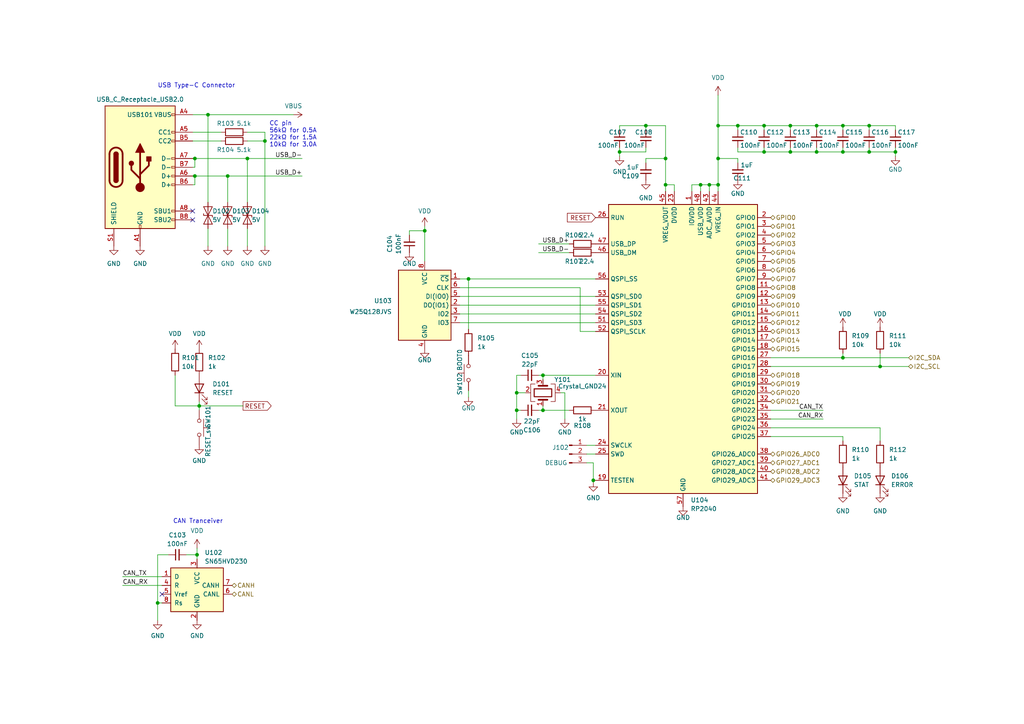
<source format=kicad_sch>
(kicad_sch (version 20231120) (generator "eeschema") (generator_version "8.0")
  (paper "A4")
  (lib_symbols
    (symbol "Connector:Conn_01x03_Pin" (pin_names (offset 1.016) hide)
      (property "Reference" "J" (at 0 5.08 0))
      (property "Value" "Conn_01x03_Pin" (at 0 -5.08 0))
      (symbol "Conn_01x03_Pin_1_1"
        (polyline (pts (xy 1.27 -2.54) (xy 0.8636 -2.54)) (stroke (width 0.1524)))
        (polyline (pts (xy 1.27 0) (xy 0.8636 0)) (stroke (width 0.1524)))
        (polyline (pts (xy 1.27 2.54) (xy 0.8636 2.54)) (stroke (width 0.1524)))
        (rectangle (start 0.8636 -2.413) (end 0 -2.667) (stroke (width 0.1524)) (fill (type outline)))
        (rectangle (start 0.8636 0.127) (end 0 -0.127) (stroke (width 0.1524)) (fill (type outline)))
        (rectangle (start 0.8636 2.667) (end 0 2.413) (stroke (width 0.1524)) (fill (type outline)))
        (pin passive line (at 5.08 2.54 180) (length 3.81) (name "Pin_1") (number "1"))
        (pin passive line (at 5.08 0 180) (length 3.81) (name "Pin_2") (number "2"))
        (pin passive line (at 5.08 -2.54 180) (length 3.81) (name "Pin_3") (number "3"))
      )
    )
    (symbol "Connector:USB_C_Receptacle_USB2.0" (pin_names (offset 1.016))
      (property "Reference" "J" (at -10.16 19.05 0))
      (property "Value" "USB_C_Receptacle_USB2.0" (at 19.05 19.05 0))
      (symbol "USB_C_Receptacle_USB2.0_0_0"
        (rectangle (start -0.254 -17.78) (end 0.254 -16.764))
        (rectangle (start 10.16 -14.986) (end 9.144 -15.494))
        (rectangle (start 10.16 -12.446) (end 9.144 -12.954))
        (rectangle (start 10.16 -4.826) (end 9.144 -5.334))
        (rectangle (start 10.16 -2.286) (end 9.144 -2.794))
        (rectangle (start 10.16 0.254) (end 9.144 -0.254))
        (rectangle (start 10.16 2.794) (end 9.144 2.286))
        (rectangle (start 10.16 7.874) (end 9.144 7.366))
        (rectangle (start 10.16 10.414) (end 9.144 9.906))
        (rectangle (start 10.16 15.494) (end 9.144 14.986))
      )
      (symbol "USB_C_Receptacle_USB2.0_0_1"
        (rectangle (start -10.16 17.78) (end 10.16 -17.78) (stroke (width 0.254)) (fill (type background)))
        (arc (start -8.89 -3.81) (mid -6.985 -5.7067) (end -5.08 -3.81) (stroke (width 0.508)))
        (arc (start -7.62 -3.81) (mid -6.985 -4.4423) (end -6.35 -3.81) (stroke (width 0.254)))
        (arc (start -7.62 -3.81) (mid -6.985 -4.4423) (end -6.35 -3.81) (stroke (width 0.254)) (fill (type outline)))
        (rectangle (start -7.62 -3.81) (end -6.35 3.81) (stroke (width 0.254)) (fill (type outline)))
        (arc (start -6.35 3.81) (mid -6.985 4.4423) (end -7.62 3.81) (stroke (width 0.254)))
        (arc (start -6.35 3.81) (mid -6.985 4.4423) (end -7.62 3.81) (stroke (width 0.254)) (fill (type outline)))
        (arc (start -5.08 3.81) (mid -6.985 5.7067) (end -8.89 3.81) (stroke (width 0.508)))
        (circle (center -2.54 1.143) (radius 0.635) (stroke (width 0.254)) (fill (type outline)))
        (circle (center 0 -5.842) (radius 1.27) (fill (type outline)))
        (polyline (pts (xy -8.89 -3.81) (xy -8.89 3.81)) (stroke (width 0.508)))
        (polyline (pts (xy -5.08 3.81) (xy -5.08 -3.81)) (stroke (width 0.508)))
        (polyline (pts (xy 0 -5.842) (xy 0 4.318)) (stroke (width 0.508)))
        (polyline (pts (xy 0 -3.302) (xy -2.54 -0.762) (xy -2.54 0.508)) (stroke (width 0.508)))
        (polyline (pts (xy 0 -2.032) (xy 2.54 0.508) (xy 2.54 1.778)) (stroke (width 0.508)))
        (polyline (pts (xy -1.27 4.318) (xy 0 6.858) (xy 1.27 4.318) (xy -1.27 4.318)) (stroke (width 0.254)) (fill (type outline)))
        (rectangle (start 1.905 1.778) (end 3.175 3.048) (stroke (width 0.254)) (fill (type outline)))
      )
      (symbol "USB_C_Receptacle_USB2.0_1_1"
        (pin passive line (at 0 -22.86 90) (length 5.08) (name "GND") (number "A1"))
        (pin passive line (at 0 -22.86 90) (length 5.08) hide (name "GND") (number "A12"))
        (pin passive line (at 15.24 15.24 180) (length 5.08) (name "VBUS") (number "A4"))
        (pin bidirectional line (at 15.24 10.16 180) (length 5.08) (name "CC1") (number "A5"))
        (pin bidirectional line (at 15.24 -2.54 180) (length 5.08) (name "D+") (number "A6"))
        (pin bidirectional line (at 15.24 2.54 180) (length 5.08) (name "D-") (number "A7"))
        (pin bidirectional line (at 15.24 -12.7 180) (length 5.08) (name "SBU1") (number "A8"))
        (pin passive line (at 15.24 15.24 180) (length 5.08) hide (name "VBUS") (number "A9"))
        (pin passive line (at 0 -22.86 90) (length 5.08) hide (name "GND") (number "B1"))
        (pin passive line (at 0 -22.86 90) (length 5.08) hide (name "GND") (number "B12"))
        (pin passive line (at 15.24 15.24 180) (length 5.08) hide (name "VBUS") (number "B4"))
        (pin bidirectional line (at 15.24 7.62 180) (length 5.08) (name "CC2") (number "B5"))
        (pin bidirectional line (at 15.24 -5.08 180) (length 5.08) (name "D+") (number "B6"))
        (pin bidirectional line (at 15.24 0 180) (length 5.08) (name "D-") (number "B7"))
        (pin bidirectional line (at 15.24 -15.24 180) (length 5.08) (name "SBU2") (number "B8"))
        (pin passive line (at 15.24 15.24 180) (length 5.08) hide (name "VBUS") (number "B9"))
        (pin passive line (at -7.62 -22.86 90) (length 5.08) (name "SHIELD") (number "S1"))
      )
    )
    (symbol "Device:C_Small" (pin_numbers hide) (pin_names (offset 0.254) hide)
      (property "Reference" "C" (at 0.254 1.778 0))
      (property "Value" "C_Small" (at 0.254 -2.032 0))
      (symbol "C_Small_0_1"
        (polyline (pts (xy -1.524 -0.508) (xy 1.524 -0.508)) (stroke (width 0.3302)))
        (polyline (pts (xy -1.524 0.508) (xy 1.524 0.508)) (stroke (width 0.3048)))
      )
      (symbol "C_Small_1_1"
        (pin passive line (at 0 2.54 270) (length 2.032) (name "~") (number "1"))
        (pin passive line (at 0 -2.54 90) (length 2.032) (name "~") (number "2"))
      )
    )
    (symbol "Device:Crystal_GND24" (pin_names (offset 1.016) hide)
      (property "Reference" "Y" (at 3.175 5.08 0))
      (property "Value" "Crystal_GND24" (at 3.175 3.175 0))
      (symbol "Crystal_GND24_0_1"
        (rectangle (start -1.143 2.54) (end 1.143 -2.54) (stroke (width 0.3048)))
        (polyline (pts (xy -2.54 0) (xy -2.032 0)))
        (polyline (pts (xy -2.032 -1.27) (xy -2.032 1.27)) (stroke (width 0.508)))
        (polyline (pts (xy 0 -3.81) (xy 0 -3.556)))
        (polyline (pts (xy 0 3.556) (xy 0 3.81)))
        (polyline (pts (xy 2.032 -1.27) (xy 2.032 1.27)) (stroke (width 0.508)))
        (polyline (pts (xy 2.032 0) (xy 2.54 0)))
        (polyline (pts (xy -2.54 -2.286) (xy -2.54 -3.556) (xy 2.54 -3.556) (xy 2.54 -2.286)))
        (polyline (pts (xy -2.54 2.286) (xy -2.54 3.556) (xy 2.54 3.556) (xy 2.54 2.286)))
      )
      (symbol "Crystal_GND24_1_1"
        (pin passive line (at -3.81 0 0) (length 1.27) (name "1") (number "1"))
        (pin passive line (at 0 5.08 270) (length 1.27) (name "2") (number "2"))
        (pin passive line (at 3.81 0 180) (length 1.27) (name "3") (number "3"))
        (pin passive line (at 0 -5.08 90) (length 1.27) (name "4") (number "4"))
      )
    )
    (symbol "Device:LED" (pin_numbers hide) (pin_names (offset 1.016) hide)
      (property "Reference" "D" (at 0 2.54 0))
      (property "Value" "LED" (at 0 -2.54 0))
      (symbol "LED_0_1"
        (polyline (pts (xy -1.27 -1.27) (xy -1.27 1.27)) (stroke (width 0.254)))
        (polyline (pts (xy -1.27 0) (xy 1.27 0)))
        (polyline (pts (xy 1.27 -1.27) (xy 1.27 1.27) (xy -1.27 0) (xy 1.27 -1.27)) (stroke (width 0.254)))
        (polyline (pts (xy -3.048 -0.762) (xy -4.572 -2.286) (xy -3.81 -2.286) (xy -4.572 -2.286) (xy -4.572 -1.524)))
        (polyline (pts (xy -1.778 -0.762) (xy -3.302 -2.286) (xy -2.54 -2.286) (xy -3.302 -2.286) (xy -3.302 -1.524)))
      )
      (symbol "LED_1_1"
        (pin passive line (at -3.81 0 0) (length 2.54) (name "K") (number "1"))
        (pin passive line (at 3.81 0 180) (length 2.54) (name "A") (number "2"))
      )
    )
    (symbol "Device:R" (pin_numbers hide) (pin_names (offset 0))
      (property "Reference" "R" (at 2.032 0 90))
      (property "Value" "R" (at 0 0 90))
      (symbol "R_0_1"
        (rectangle (start -1.016 -2.54) (end 1.016 2.54) (stroke (width 0.254)))
      )
      (symbol "R_1_1"
        (pin passive line (at 0 3.81 270) (length 1.27) (name "~") (number "1"))
        (pin passive line (at 0 -3.81 90) (length 1.27) (name "~") (number "2"))
      )
    )
    (symbol "Diode:ESD9B5.0ST5G" (pin_numbers hide) (pin_names (offset 1.016) hide)
      (property "Reference" "D" (at 0 2.54 0))
      (property "Value" "ESD9B5.0ST5G" (at 0 -2.54 0))
      (symbol "ESD9B5.0ST5G_0_1"
        (polyline (pts (xy 1.27 0) (xy -1.27 0)))
        (polyline (pts (xy -2.54 -1.27) (xy 0 0) (xy -2.54 1.27) (xy -2.54 -1.27)) (stroke (width 0.2032)))
        (polyline (pts (xy 0.508 1.27) (xy 0 1.27) (xy 0 -1.27) (xy -0.508 -1.27)) (stroke (width 0.2032)))
        (polyline (pts (xy 2.54 1.27) (xy 2.54 -1.27) (xy 0 0) (xy 2.54 1.27)) (stroke (width 0.2032)))
      )
      (symbol "ESD9B5.0ST5G_1_1"
        (pin passive line (at -3.81 0 0) (length 2.54) (name "A1") (number "1"))
        (pin passive line (at 3.81 0 180) (length 2.54) (name "A2") (number "2"))
      )
    )
    (symbol "Interface_CAN_LIN:SN65HVD230" (pin_names (offset 1.016))
      (property "Reference" "U" (at -2.54 10.16 0))
      (property "Value" "SN65HVD230" (at -2.54 7.62 0))
      (symbol "SN65HVD230_0_1"
        (rectangle (start -7.62 5.08) (end 7.62 -7.62) (stroke (width 0.254)) (fill (type background)))
      )
      (symbol "SN65HVD230_1_1"
        (pin input line (at -10.16 2.54 0) (length 2.54) (name "D") (number "1"))
        (pin power_in line (at 0 -10.16 90) (length 2.54) (name "GND") (number "2"))
        (pin power_in line (at 0 7.62 270) (length 2.54) (name "VCC") (number "3"))
        (pin output line (at -10.16 0 0) (length 2.54) (name "R") (number "4"))
        (pin output line (at -10.16 -2.54 0) (length 2.54) (name "Vref") (number "5"))
        (pin bidirectional line (at 10.16 -2.54 180) (length 2.54) (name "CANL") (number "6"))
        (pin bidirectional line (at 10.16 0 180) (length 2.54) (name "CANH") (number "7"))
        (pin input line (at -10.16 -5.08 0) (length 2.54) (name "Rs") (number "8"))
      )
    )
    (symbol "MCU_RaspberryPi:RP2040"
      (property "Reference" "U" (at 17.78 45.72 0))
      (property "Value" "RP2040" (at 17.78 43.18 0))
      (symbol "RP2040_0_1"
        (rectangle (start -21.59 41.91) (end 21.59 -41.91) (stroke (width 0.254)) (fill (type background)))
      )
      (symbol "RP2040_1_1"
        (pin power_in line (at 2.54 45.72 270) (length 3.81) (name "IOVDD") (number "1"))
        (pin passive line (at 2.54 45.72 270) (length 3.81) hide (name "IOVDD") (number "10"))
        (pin bidirectional line (at 25.4 17.78 180) (length 3.81) (name "GPIO8") (number "11"))
        (pin bidirectional line (at 25.4 15.24 180) (length 3.81) (name "GPIO9") (number "12"))
        (pin bidirectional line (at 25.4 12.7 180) (length 3.81) (name "GPIO10") (number "13"))
        (pin bidirectional line (at 25.4 10.16 180) (length 3.81) (name "GPIO11") (number "14"))
        (pin bidirectional line (at 25.4 7.62 180) (length 3.81) (name "GPIO12") (number "15"))
        (pin bidirectional line (at 25.4 5.08 180) (length 3.81) (name "GPIO13") (number "16"))
        (pin bidirectional line (at 25.4 2.54 180) (length 3.81) (name "GPIO14") (number "17"))
        (pin bidirectional line (at 25.4 0 180) (length 3.81) (name "GPIO15") (number "18"))
        (pin input line (at -25.4 -38.1 0) (length 3.81) (name "TESTEN") (number "19"))
        (pin bidirectional line (at 25.4 38.1 180) (length 3.81) (name "GPIO0") (number "2"))
        (pin input line (at -25.4 -7.62 0) (length 3.81) (name "XIN") (number "20"))
        (pin passive line (at -25.4 -17.78 0) (length 3.81) (name "XOUT") (number "21"))
        (pin passive line (at 2.54 45.72 270) (length 3.81) hide (name "IOVDD") (number "22"))
        (pin power_in line (at -2.54 45.72 270) (length 3.81) (name "DVDD") (number "23"))
        (pin input line (at -25.4 -27.94 0) (length 3.81) (name "SWCLK") (number "24"))
        (pin bidirectional line (at -25.4 -30.48 0) (length 3.81) (name "SWD") (number "25"))
        (pin input line (at -25.4 38.1 0) (length 3.81) (name "RUN") (number "26"))
        (pin bidirectional line (at 25.4 -2.54 180) (length 3.81) (name "GPIO16") (number "27"))
        (pin bidirectional line (at 25.4 -5.08 180) (length 3.81) (name "GPIO17") (number "28"))
        (pin bidirectional line (at 25.4 -7.62 180) (length 3.81) (name "GPIO18") (number "29"))
        (pin bidirectional line (at 25.4 35.56 180) (length 3.81) (name "GPIO1") (number "3"))
        (pin bidirectional line (at 25.4 -10.16 180) (length 3.81) (name "GPIO19") (number "30"))
        (pin bidirectional line (at 25.4 -12.7 180) (length 3.81) (name "GPIO20") (number "31"))
        (pin bidirectional line (at 25.4 -15.24 180) (length 3.81) (name "GPIO21") (number "32"))
        (pin passive line (at 2.54 45.72 270) (length 3.81) hide (name "IOVDD") (number "33"))
        (pin bidirectional line (at 25.4 -17.78 180) (length 3.81) (name "GPIO22") (number "34"))
        (pin bidirectional line (at 25.4 -20.32 180) (length 3.81) (name "GPIO23") (number "35"))
        (pin bidirectional line (at 25.4 -22.86 180) (length 3.81) (name "GPIO24") (number "36"))
        (pin bidirectional line (at 25.4 -25.4 180) (length 3.81) (name "GPIO25") (number "37"))
        (pin bidirectional line (at 25.4 -30.48 180) (length 3.81) (name "GPIO26_ADC0") (number "38"))
        (pin bidirectional line (at 25.4 -33.02 180) (length 3.81) (name "GPIO27_ADC1") (number "39"))
        (pin bidirectional line (at 25.4 33.02 180) (length 3.81) (name "GPIO2") (number "4"))
        (pin bidirectional line (at 25.4 -35.56 180) (length 3.81) (name "GPIO28_ADC2") (number "40"))
        (pin bidirectional line (at 25.4 -38.1 180) (length 3.81) (name "GPIO29_ADC3") (number "41"))
        (pin passive line (at 2.54 45.72 270) (length 3.81) hide (name "IOVDD") (number "42"))
        (pin power_in line (at 7.62 45.72 270) (length 3.81) (name "ADC_AVDD") (number "43"))
        (pin power_in line (at 10.16 45.72 270) (length 3.81) (name "VREG_IN") (number "44"))
        (pin power_out line (at -5.08 45.72 270) (length 3.81) (name "VREG_VOUT") (number "45"))
        (pin bidirectional line (at -25.4 27.94 0) (length 3.81) (name "USB_DM") (number "46"))
        (pin bidirectional line (at -25.4 30.48 0) (length 3.81) (name "USB_DP") (number "47"))
        (pin power_in line (at 5.08 45.72 270) (length 3.81) (name "USB_VDD") (number "48"))
        (pin passive line (at 2.54 45.72 270) (length 3.81) hide (name "IOVDD") (number "49"))
        (pin bidirectional line (at 25.4 30.48 180) (length 3.81) (name "GPIO3") (number "5"))
        (pin passive line (at -2.54 45.72 270) (length 3.81) hide (name "DVDD") (number "50"))
        (pin bidirectional line (at -25.4 7.62 0) (length 3.81) (name "QSPI_SD3") (number "51"))
        (pin output line (at -25.4 5.08 0) (length 3.81) (name "QSPI_SCLK") (number "52"))
        (pin bidirectional line (at -25.4 15.24 0) (length 3.81) (name "QSPI_SD0") (number "53"))
        (pin bidirectional line (at -25.4 10.16 0) (length 3.81) (name "QSPI_SD2") (number "54"))
        (pin bidirectional line (at -25.4 12.7 0) (length 3.81) (name "QSPI_SD1") (number "55"))
        (pin bidirectional line (at -25.4 20.32 0) (length 3.81) (name "QSPI_SS") (number "56"))
        (pin power_in line (at 0 -45.72 90) (length 3.81) (name "GND") (number "57"))
        (pin bidirectional line (at 25.4 27.94 180) (length 3.81) (name "GPIO4") (number "6"))
        (pin bidirectional line (at 25.4 25.4 180) (length 3.81) (name "GPIO5") (number "7"))
        (pin bidirectional line (at 25.4 22.86 180) (length 3.81) (name "GPIO6") (number "8"))
        (pin bidirectional line (at 25.4 20.32 180) (length 3.81) (name "GPIO7") (number "9"))
      )
    )
    (symbol "Memory_Flash:W25Q128JVS"
      (property "Reference" "U" (at -8.89 8.89 0))
      (property "Value" "W25Q128JVS" (at 7.62 8.89 0))
      (symbol "W25Q128JVS_0_1"
        (rectangle (start -7.62 10.16) (end 7.62 -10.16) (stroke (width 0.254)) (fill (type background)))
      )
      (symbol "W25Q128JVS_1_1"
        (pin input line (at -10.16 7.62 0) (length 2.54) (name "~{CS}") (number "1"))
        (pin bidirectional line (at -10.16 0 0) (length 2.54) (name "DO(IO1)") (number "2"))
        (pin bidirectional line (at -10.16 -2.54 0) (length 2.54) (name "IO2") (number "3"))
        (pin power_in line (at 0 -12.7 90) (length 2.54) (name "GND") (number "4"))
        (pin bidirectional line (at -10.16 2.54 0) (length 2.54) (name "DI(IO0)") (number "5"))
        (pin input line (at -10.16 5.08 0) (length 2.54) (name "CLK") (number "6"))
        (pin bidirectional line (at -10.16 -5.08 0) (length 2.54) (name "IO3") (number "7"))
        (pin power_in line (at 0 12.7 270) (length 2.54) (name "VCC") (number "8"))
      )
    )
    (symbol "Switch:SW_Push" (pin_numbers hide) (pin_names (offset 1.016) hide)
      (property "Reference" "SW" (at 1.27 2.54 0))
      (property "Value" "SW_Push" (at 0 -1.524 0))
      (symbol "SW_Push_0_1"
        (circle (center -2.032 0) (radius 0.508))
        (polyline (pts (xy 0 1.27) (xy 0 3.048)))
        (polyline (pts (xy 2.54 1.27) (xy -2.54 1.27)))
        (circle (center 2.032 0) (radius 0.508))
        (pin passive line (at -5.08 0 0) (length 2.54) (name "1") (number "1"))
        (pin passive line (at 5.08 0 180) (length 2.54) (name "2") (number "2"))
      )
    )
    (symbol "power:GND" (power) (pin_names (offset 0))
      (property "Value" "GND" (at 0 -3.81 0))
      (symbol "GND_0_1"
        (polyline (pts (xy 0 0) (xy 0 -1.27) (xy 1.27 -1.27) (xy 0 -2.54) (xy -1.27 -1.27) (xy 0 -1.27)))
      )
      (symbol "GND_1_1"
        (pin power_in line (at 0 0 270) (length 0) hide (name "GND") (number "1"))
      )
    )
    (symbol "power:VBUS" (power) (pin_names (offset 0))
      (property "Value" "VBUS" (at 0 3.81 0))
      (symbol "VBUS_0_1"
        (polyline (pts (xy -0.762 1.27) (xy 0 2.54)))
        (polyline (pts (xy 0 0) (xy 0 2.54)))
        (polyline (pts (xy 0 2.54) (xy 0.762 1.27)))
      )
      (symbol "VBUS_1_1"
        (pin power_in line (at 0 0 90) (length 0) hide (name "VBUS") (number "1"))
      )
    )
    (symbol "power:VDD" (power) (pin_names (offset 0))
      (property "Value" "VDD" (at 0 3.81 0))
      (symbol "VDD_0_1"
        (polyline (pts (xy -0.762 1.27) (xy 0 2.54)))
        (polyline (pts (xy 0 0) (xy 0 2.54)))
        (polyline (pts (xy 0 2.54) (xy 0.762 1.27)))
      )
      (symbol "VDD_1_1"
        (pin power_in line (at 0 0 90) (length 0) hide (name "VDD") (number "1"))
      )
    )
  )
  (junction (at 252.095 44.069))
  (junction (at 221.615 36.449))
  (junction (at 208.28 53.594))
  (junction (at 221.615 44.069))
  (junction (at 60.325 33.274))
  (junction (at 157.48 108.839))
  (junction (at 244.475 44.069))
  (junction (at 205.74 53.594))
  (junction (at 193.04 45.974))
  (junction (at 229.235 44.069))
  (junction (at 123.19 66.929))
  (junction (at 57.785 117.729))
  (junction (at 66.04 51.054))
  (junction (at 255.27 106.299))
  (junction (at 236.855 44.069))
  (junction (at 203.2 53.594))
  (junction (at 229.235 36.449))
  (junction (at 244.475 103.759))
  (junction (at 187.325 36.449))
  (junction (at 149.86 113.919))
  (junction (at 135.89 80.899))
  (junction (at 76.835 40.894))
  (junction (at 71.755 45.974))
  (junction (at 259.715 44.069))
  (junction (at 208.28 45.974))
  (junction (at 236.855 36.449))
  (junction (at 157.48 118.999))
  (junction (at 252.095 36.449))
  (junction (at 56.515 51.054))
  (junction (at 56.515 45.974))
  (junction (at 193.04 53.594))
  (junction (at 57.15 160.909))
  (junction (at 213.995 36.449))
  (junction (at 45.72 174.879))
  (junction (at 244.475 36.449))
  (junction (at 208.28 36.449))
  (junction (at 149.86 118.999))
  (junction (at 179.705 44.069))
  (junction (at 172.085 139.319))
  (no_connect (at 55.88 63.754))
  (no_connect (at 46.99 172.339))
  (no_connect (at 55.88 61.214))
  (wire (pts (xy 87.63 51.054) (xy 66.04 51.054)))
  (wire (pts (xy 133.35 85.979) (xy 172.72 85.979)))
  (wire (pts (xy 71.755 71.374) (xy 71.755 66.294)))
  (wire (pts (xy 135.89 115.189) (xy 135.89 113.284)))
  (wire (pts (xy 57.15 160.909) (xy 57.15 162.179)))
  (wire (pts (xy 165.1 73.279) (xy 156.21 73.279)))
  (wire (pts (xy 252.095 44.069) (xy 244.475 44.069)))
  (wire (pts (xy 135.89 80.899) (xy 135.89 95.504)))
  (wire (pts (xy 213.995 45.974) (xy 213.995 47.244)))
  (wire (pts (xy 71.755 40.894) (xy 76.835 40.894)))
  (wire (pts (xy 244.475 44.069) (xy 244.475 42.799)))
  (wire (pts (xy 259.715 36.449) (xy 259.715 37.719)))
  (wire (pts (xy 229.235 36.449) (xy 229.235 37.719)))
  (wire (pts (xy 255.27 124.079) (xy 255.27 127.889)))
  (wire (pts (xy 57.785 118.999) (xy 57.785 117.729)))
  (wire (pts (xy 187.325 36.449) (xy 193.04 36.449)))
  (wire (pts (xy 168.275 83.439) (xy 133.35 83.439)))
  (wire (pts (xy 259.715 44.069) (xy 259.715 45.339)))
  (wire (pts (xy 71.755 45.974) (xy 87.63 45.974)))
  (wire (pts (xy 187.325 44.069) (xy 187.325 42.799)))
  (wire (pts (xy 223.52 124.079) (xy 255.27 124.079)))
  (wire (pts (xy 157.48 108.839) (xy 172.72 108.839)))
  (wire (pts (xy 70.485 117.729) (xy 57.785 117.729)))
  (wire (pts (xy 172.085 134.239) (xy 172.085 139.319)))
  (wire (pts (xy 263.525 103.759) (xy 244.475 103.759)))
  (wire (pts (xy 170.18 134.239) (xy 172.085 134.239)))
  (wire (pts (xy 168.275 96.139) (xy 168.275 83.439)))
  (wire (pts (xy 187.325 45.974) (xy 193.04 45.974)))
  (wire (pts (xy 165.1 70.739) (xy 156.21 70.739)))
  (wire (pts (xy 172.72 96.139) (xy 168.275 96.139)))
  (wire (pts (xy 229.235 36.449) (xy 236.855 36.449)))
  (wire (pts (xy 221.615 44.069) (xy 221.615 42.799)))
  (wire (pts (xy 57.15 159.004) (xy 57.15 160.909)))
  (wire (pts (xy 221.615 44.069) (xy 213.995 44.069)))
  (wire (pts (xy 56.515 51.054) (xy 55.88 51.054)))
  (wire (pts (xy 133.35 91.059) (xy 172.72 91.059)))
  (wire (pts (xy 193.04 53.594) (xy 193.04 55.499)))
  (wire (pts (xy 200.66 53.594) (xy 203.2 53.594)))
  (wire (pts (xy 149.86 113.919) (xy 149.86 118.999)))
  (wire (pts (xy 187.325 36.449) (xy 187.325 37.719)))
  (wire (pts (xy 118.745 68.199) (xy 118.745 66.929)))
  (wire (pts (xy 244.475 36.449) (xy 244.475 37.719)))
  (wire (pts (xy 76.835 38.354) (xy 76.835 40.894)))
  (wire (pts (xy 76.835 40.894) (xy 76.835 71.374)))
  (wire (pts (xy 259.715 42.799) (xy 259.715 44.069)))
  (wire (pts (xy 205.74 53.594) (xy 208.28 53.594)))
  (wire (pts (xy 195.58 55.499) (xy 195.58 53.594)))
  (wire (pts (xy 244.475 36.449) (xy 252.095 36.449)))
  (wire (pts (xy 179.705 36.449) (xy 187.325 36.449)))
  (wire (pts (xy 57.785 116.459) (xy 57.785 117.729)))
  (wire (pts (xy 179.705 44.069) (xy 187.325 44.069)))
  (wire (pts (xy 213.995 36.449) (xy 221.615 36.449)))
  (wire (pts (xy 151.13 108.839) (xy 149.86 108.839)))
  (wire (pts (xy 60.325 71.374) (xy 60.325 66.294)))
  (wire (pts (xy 123.19 65.659) (xy 123.19 66.929)))
  (wire (pts (xy 236.855 44.069) (xy 236.855 42.799)))
  (wire (pts (xy 187.325 47.244) (xy 187.325 45.974)))
  (wire (pts (xy 170.18 131.699) (xy 172.72 131.699)))
  (wire (pts (xy 195.58 53.594) (xy 193.04 53.594)))
  (wire (pts (xy 255.27 102.489) (xy 255.27 106.299)))
  (wire (pts (xy 66.04 51.054) (xy 56.515 51.054)))
  (wire (pts (xy 179.705 42.799) (xy 179.705 44.069)))
  (wire (pts (xy 157.48 110.109) (xy 157.48 108.839)))
  (wire (pts (xy 85.09 33.274) (xy 60.325 33.274)))
  (wire (pts (xy 71.755 38.354) (xy 76.835 38.354)))
  (wire (pts (xy 208.265 36.449) (xy 208.28 36.449)))
  (wire (pts (xy 244.475 102.489) (xy 244.475 103.759)))
  (wire (pts (xy 50.8 117.729) (xy 57.785 117.729)))
  (wire (pts (xy 156.21 108.839) (xy 157.48 108.839)))
  (wire (pts (xy 60.325 33.274) (xy 55.88 33.274)))
  (wire (pts (xy 213.995 44.069) (xy 213.995 42.799)))
  (wire (pts (xy 133.35 88.519) (xy 172.72 88.519)))
  (wire (pts (xy 263.525 106.299) (xy 255.27 106.299)))
  (wire (pts (xy 203.2 53.594) (xy 203.2 55.499)))
  (wire (pts (xy 123.19 66.929) (xy 123.19 75.819)))
  (wire (pts (xy 50.8 108.839) (xy 50.8 117.729)))
  (wire (pts (xy 45.72 160.909) (xy 48.895 160.909)))
  (wire (pts (xy 149.86 118.999) (xy 151.13 118.999)))
  (wire (pts (xy 200.66 55.499) (xy 200.66 53.594)))
  (wire (pts (xy 229.235 44.069) (xy 229.235 42.799)))
  (wire (pts (xy 229.235 44.069) (xy 221.615 44.069)))
  (wire (pts (xy 64.135 40.894) (xy 55.88 40.894)))
  (wire (pts (xy 64.135 38.354) (xy 55.88 38.354)))
  (wire (pts (xy 213.995 36.449) (xy 213.995 37.719)))
  (wire (pts (xy 221.615 36.449) (xy 229.235 36.449)))
  (wire (pts (xy 149.86 118.999) (xy 149.86 121.539)))
  (wire (pts (xy 208.28 53.594) (xy 208.28 45.974)))
  (wire (pts (xy 172.085 139.319) (xy 172.72 139.319)))
  (wire (pts (xy 170.18 129.159) (xy 172.72 129.159)))
  (wire (pts (xy 45.72 174.879) (xy 45.72 160.909)))
  (wire (pts (xy 238.76 121.539) (xy 223.52 121.539)))
  (wire (pts (xy 118.745 66.929) (xy 123.19 66.929)))
  (wire (pts (xy 223.52 118.999) (xy 238.76 118.999)))
  (wire (pts (xy 71.755 45.974) (xy 71.755 58.674)))
  (wire (pts (xy 252.095 44.069) (xy 252.095 42.799)))
  (wire (pts (xy 223.52 126.619) (xy 244.475 126.619)))
  (wire (pts (xy 45.72 179.959) (xy 45.72 174.879)))
  (wire (pts (xy 252.095 36.449) (xy 259.715 36.449)))
  (wire (pts (xy 223.52 106.299) (xy 255.27 106.299)))
  (wire (pts (xy 35.56 167.259) (xy 46.99 167.259)))
  (wire (pts (xy 208.28 53.594) (xy 208.28 55.499)))
  (wire (pts (xy 208.265 27.604) (xy 208.265 36.449)))
  (wire (pts (xy 162.56 113.919) (xy 163.83 113.919)))
  (wire (pts (xy 236.855 36.449) (xy 236.855 37.719)))
  (wire (pts (xy 135.89 80.899) (xy 172.72 80.899)))
  (wire (pts (xy 244.475 103.759) (xy 223.52 103.759)))
  (wire (pts (xy 172.085 139.954) (xy 172.085 139.319)))
  (wire (pts (xy 236.855 44.069) (xy 229.235 44.069)))
  (wire (pts (xy 208.28 36.449) (xy 208.28 45.974)))
  (wire (pts (xy 66.04 51.054) (xy 66.04 58.674)))
  (wire (pts (xy 45.72 174.879) (xy 46.99 174.879)))
  (wire (pts (xy 35.56 169.799) (xy 46.99 169.799)))
  (wire (pts (xy 55.88 53.594) (xy 56.515 53.594)))
  (wire (pts (xy 205.74 53.594) (xy 205.74 55.499)))
  (wire (pts (xy 149.86 113.919) (xy 152.4 113.919)))
  (wire (pts (xy 56.515 48.514) (xy 56.515 45.974)))
  (wire (pts (xy 56.515 53.594) (xy 56.515 51.054)))
  (wire (pts (xy 60.325 33.274) (xy 60.325 58.674)))
  (wire (pts (xy 244.475 127.889) (xy 244.475 126.619)))
  (wire (pts (xy 203.2 53.594) (xy 205.74 53.594)))
  (wire (pts (xy 179.705 37.719) (xy 179.705 36.449)))
  (wire (pts (xy 55.88 48.514) (xy 56.515 48.514)))
  (wire (pts (xy 193.04 36.449) (xy 193.04 45.974)))
  (wire (pts (xy 165.1 118.999) (xy 157.48 118.999)))
  (wire (pts (xy 252.095 36.449) (xy 252.095 37.719)))
  (wire (pts (xy 149.86 108.839) (xy 149.86 113.919)))
  (wire (pts (xy 56.515 45.974) (xy 71.755 45.974)))
  (wire (pts (xy 55.88 45.974) (xy 56.515 45.974)))
  (wire (pts (xy 236.855 36.449) (xy 244.475 36.449)))
  (wire (pts (xy 259.715 44.069) (xy 252.095 44.069)))
  (wire (pts (xy 221.615 36.449) (xy 221.615 37.719)))
  (wire (pts (xy 208.28 36.449) (xy 213.995 36.449)))
  (wire (pts (xy 163.83 113.919) (xy 163.83 121.539)))
  (wire (pts (xy 133.35 80.899) (xy 135.89 80.899)))
  (wire (pts (xy 156.21 118.999) (xy 157.48 118.999)))
  (wire (pts (xy 66.04 71.374) (xy 66.04 66.294)))
  (wire (pts (xy 133.35 93.599) (xy 172.72 93.599)))
  (wire (pts (xy 179.705 44.069) (xy 179.705 45.339)))
  (wire (pts (xy 193.04 45.974) (xy 193.04 53.594)))
  (wire (pts (xy 157.48 117.729) (xy 157.48 118.999)))
  (wire (pts (xy 208.28 45.974) (xy 213.995 45.974)))
  (wire (pts (xy 53.975 160.909) (xy 57.15 160.909)))
  (wire (pts (xy 244.475 44.069) (xy 236.855 44.069)))
  (text "CAN Tranceiver" (at 50.165 152.019 0) (effects (font (size 1.27 1.27)) (justify left bottom)))
  (text "USB Type-C Connector" (at 45.72 25.654 0) (effects (font (size 1.27 1.27)) (justify left bottom)))
  (text "CC pin\n56kΩ for 0.5A\n22kΩ for 1.5A\n10kΩ for 3.0A" (at 78.105 42.799 0) (effects (font (size 1.27 1.27)) (justify left bottom)))
  (label "USB_D-" (at 165.1 73.279 180))
  (label "USB_D+" (at 165.1 70.739 180))
  (label "CAN_RX" (at 238.76 121.539 180))
  (label "CAN_RX" (at 35.56 169.799 0))
  (label "CAN_TX" (at 35.56 167.259 0))
  (label "USB_D-" (at 87.63 45.974 180))
  (label "CAN_TX" (at 238.76 118.999 180))
  (label "USB_D+" (at 87.63 51.054 180))
  (global_label "RESET" (shape output) (at 70.485 117.729 0) (property "Intersheetrefs" "${INTERSHEET_REFS}" (effects (hide yes))))
  (global_label "RESET" (shape input) (at 172.72 63.119 180) (property "Intersheetrefs" "${INTERSHEET_REFS}" (effects (hide yes))))
  (hierarchical_label "GPIO29_ADC3" (shape bidirectional) (at 223.52 139.319 0))
  (hierarchical_label "GPIO6" (shape bidirectional) (at 223.52 78.359 0))
  (hierarchical_label "GPIO21" (shape bidirectional) (at 223.52 116.459 0))
  (hierarchical_label "GPIO14" (shape bidirectional) (at 223.52 98.679 0))
  (hierarchical_label "I2C_SDA" (shape bidirectional) (at 263.525 103.759 0))
  (hierarchical_label "GPIO28_ADC2" (shape bidirectional) (at 223.52 136.779 0))
  (hierarchical_label "GPIO2" (shape bidirectional) (at 223.52 68.199 0))
  (hierarchical_label "GPIO18" (shape bidirectional) (at 223.52 108.839 0))
  (hierarchical_label "GPIO11" (shape bidirectional) (at 223.52 91.059 0))
  (hierarchical_label "GPIO5" (shape bidirectional) (at 223.52 75.819 0))
  (hierarchical_label "GPIO20" (shape bidirectional) (at 223.52 113.919 0))
  (hierarchical_label "CANL" (shape bidirectional) (at 67.31 172.339 0))
  (hierarchical_label "GPIO9" (shape bidirectional) (at 223.52 85.979 0))
  (hierarchical_label "GPIO4" (shape bidirectional) (at 223.52 73.279 0))
  (hierarchical_label "GPIO1" (shape bidirectional) (at 223.52 65.659 0))
  (hierarchical_label "GPIO10" (shape bidirectional) (at 223.52 88.519 0))
  (hierarchical_label "GPIO7" (shape bidirectional) (at 223.52 80.899 0))
  (hierarchical_label "I2C_SCL" (shape bidirectional) (at 263.525 106.299 0))
  (hierarchical_label "GPIO8" (shape bidirectional) (at 223.52 83.439 0))
  (hierarchical_label "GPIO15" (shape bidirectional) (at 223.52 101.219 0))
  (hierarchical_label "GPIO19" (shape bidirectional) (at 223.52 111.379 0))
  (hierarchical_label "GPIO27_ADC1" (shape bidirectional) (at 223.52 134.239 0))
  (hierarchical_label "GPIO26_ADC0" (shape bidirectional) (at 223.52 131.699 0))
  (hierarchical_label "GPIO12" (shape bidirectional) (at 223.52 93.599 0))
  (hierarchical_label "GPIO13" (shape bidirectional) (at 223.52 96.139 0))
  (hierarchical_label "CANH" (shape bidirectional) (at 67.31 169.799 0))
  (hierarchical_label "GPIO3" (shape bidirectional) (at 223.52 70.739 0))
  (hierarchical_label "GPIO0" (shape bidirectional) (at 223.52 63.119 0))
  (symbol (lib_id "Device:C_Small") (at 213.995 40.259 0) (unit 1)
    (property "Reference" "C110" (at 214.63 38.354 0) (effects (justify left)))
    (property "Value" "100nF" (at 214.63 42.164 0) (effects (justify left)))
    (property "Footprint" "Capacitor_SMD:C_0402_1005Metric" (effects (hide yes)))
    (property "LCSC" "C1525" (effects (hide yes)))
    (instances (project "RCS" (path "" (reference "C110") (unit 1))) (project "RCS" (path "" (reference "C908") (unit 1))))
  )
  (symbol (lib_id "power:VDD") (at 57.15 159.004 0) (unit 1)
    (property "Reference" "#PWR0110" (effects (hide yes)))
    (property "Value" "VDD" (at 57.15 153.924 0))
    (instances (project "RCS" (path "" (reference "#PWR0110") (unit 1))) (project "RCS" (path "" (reference "#PWR0905") (unit 1))))
  )
  (symbol (lib_id "Device:C_Small") (at 236.855 40.259 0) (unit 1)
    (property "Reference" "C114" (at 237.49 38.354 0) (effects (justify left)))
    (property "Value" "100nF" (at 237.49 42.164 0) (effects (justify left)))
    (property "Footprint" "Capacitor_SMD:C_0402_1005Metric" (effects (hide yes)))
    (property "LCSC" "C1525" (effects (hide yes)))
    (instances (project "RCS" (path "" (reference "C114") (unit 1))) (project "RCS" (path "" (reference "C912") (unit 1))))
  )
  (symbol (lib_id "power:GND") (at 118.745 73.279 0) (unit 1)
    (property "Reference" "#PWR0119" (effects (hide yes)))
    (property "Value" "GND" (at 118.745 76.454 0))
    (instances (project "RCS" (path "" (reference "#PWR0119") (unit 1))) (project "RCS" (path "" (reference "#PWR0914") (unit 1))))
  )
  (symbol (lib_id "Device:R") (at 255.27 98.679 0) (unit 1)
    (property "Reference" "R111" (at 257.81 97.409 0) (effects (justify left)))
    (property "Value" "10k" (at 257.81 99.949 0) (effects (justify left)))
    (property "Footprint" "Resistor_SMD:R_0402_1005Metric" (effects (hide yes)))
    (property "LCSC" "C25744" (effects (hide yes)))
    (instances (project "RCS" (path "" (reference "R111") (unit 1))) (project "RCS" (path "" (reference "R911") (unit 1))))
  )
  (symbol (lib_id "Device:LED") (at 255.27 139.319 90) (unit 1)
    (property "Reference" "D106" (at 258.445 138.049 90) (effects (justify right)))
    (property "Value" "ERROR" (at 258.445 140.589 90) (effects (justify right)))
    (property "Footprint" "LED_SMD:LED_0805_2012Metric" (effects (hide yes)))
    (property "LCSC" "C84256" (effects (hide yes)))
    (instances (project "RCS" (path "" (reference "D106") (unit 1))) (project "RCS" (path "" (reference "D906") (unit 1))))
  )
  (symbol (lib_id "Device:C_Small") (at 229.235 40.259 0) (unit 1)
    (property "Reference" "C113" (at 229.87 38.354 0) (effects (justify left)))
    (property "Value" "100nF" (at 229.87 42.164 0) (effects (justify left)))
    (property "Footprint" "Capacitor_SMD:C_0402_1005Metric" (effects (hide yes)))
    (property "LCSC" "C1525" (effects (hide yes)))
    (instances (project "RCS" (path "" (reference "C113") (unit 1))) (project "RCS" (path "" (reference "C911") (unit 1))))
  )
  (symbol (lib_id "power:VDD") (at 208.265 27.604 0) (unit 1)
    (property "Reference" "#PWR0129" (effects (hide yes)))
    (property "Value" "VDD" (at 208.265 22.524 0))
    (instances (project "RCS" (path "" (reference "#PWR0129") (unit 1))) (project "RCS" (path "" (reference "#PWR0924") (unit 1))))
  )
  (symbol (lib_id "power:GND") (at 163.83 121.539 0) (unit 1)
    (property "Reference" "#PWR0124" (effects (hide yes)))
    (property "Value" "GND" (at 163.83 125.349 0))
    (instances (project "RCS" (path "" (reference "#PWR0124") (unit 1))) (project "RCS" (path "" (reference "#PWR0919") (unit 1))))
  )
  (symbol (lib_id "Device:Crystal_GND24") (at 157.48 113.919 90) (unit 1)
    (property "Reference" "Y101" (at 163.195 110.109 90))
    (property "Value" "Crystal_GND24" (at 168.91 112.014 90))
    (property "Footprint" "Crystal:Crystal_SMD_3225-4Pin_3.2x2.5mm" (effects (hide yes)))
    (property "LCSC" "C9002" (effects (hide yes)))
    (instances (project "RCS" (path "" (reference "Y101") (unit 1))) (project "RCS" (path "" (reference "Y901") (unit 1))))
  )
  (symbol (lib_id "Device:R") (at 67.945 38.354 90) (unit 1)
    (property "Reference" "R103" (at 65.405 35.814 90))
    (property "Value" "5.1k" (at 70.739 35.814 90))
    (property "Footprint" "Resistor_SMD:R_0402_1005Metric" (effects (hide yes)))
    (property "LCSC" "C25905" (effects (hide yes)))
    (instances (project "RCS" (path "" (reference "R103") (unit 1))) (project "RCS" (path "" (reference "R903") (unit 1))))
  )
  (symbol (lib_id "Connector:Conn_01x03_Pin") (at 165.1 131.699 0) (unit 1)
    (property "Reference" "J102" (at 162.56 129.794 0))
    (property "Value" "DEBUG" (at 161.29 134.239 0))
    (property "Footprint" "Connector_PinHeader_1.27mm:PinHeader_1x03_P1.27mm_Vertical" (effects (hide yes)))
    (instances (project "RCS" (path "" (reference "J102") (unit 1))) (project "RCS" (path "" (reference "J901") (unit 1))))
  )
  (symbol (lib_id "power:VBUS") (at 85.09 33.274 270) (unit 1)
    (property "Reference" "#PWR0118" (effects (hide yes)))
    (property "Value" "VBUS" (at 82.55 30.734 90) (effects (justify left)))
    (instances (project "RCS" (path "" (reference "#PWR0118") (unit 1))) (project "RCS" (path "" (reference "#PWR0913") (unit 1))))
  )
  (symbol (lib_id "power:GND") (at 123.19 101.219 0) (unit 1)
    (property "Reference" "#PWR0121" (effects (hide yes)))
    (property "Value" "GND" (at 123.19 104.394 0))
    (instances (project "RCS" (path "" (reference "#PWR0121") (unit 1))) (project "RCS" (path "" (reference "#PWR0916") (unit 1))))
  )
  (symbol (lib_id "power:GND") (at 135.89 115.189 0) (unit 1)
    (property "Reference" "#PWR0122" (effects (hide yes)))
    (property "Value" "GND" (at 135.89 118.364 0))
    (instances (project "RCS" (path "" (reference "#PWR0122") (unit 1))) (project "RCS" (path "" (reference "#PWR0917") (unit 1))))
  )
  (symbol (lib_id "power:VDD") (at 244.475 94.869 0) (unit 1)
    (property "Reference" "#PWR0131" (effects (hide yes)))
    (property "Value" "VDD" (at 245.11 91.059 0))
    (instances (project "RCS" (path "" (reference "#PWR0131") (unit 1))) (project "RCS" (path "" (reference "#PWR0926") (unit 1))))
  )
  (symbol (lib_id "power:GND") (at 33.02 71.374 0) (unit 1)
    (property "Reference" "#PWR0106" (effects (hide yes)))
    (property "Value" "GND" (at 33.02 76.454 0))
    (instances (project "RCS" (path "" (reference "#PWR0106") (unit 1))) (project "RCS" (path "" (reference "#PWR0901") (unit 1))))
  )
  (symbol (lib_id "power:GND") (at 255.27 143.129 0) (unit 1)
    (property "Reference" "#PWR0134" (effects (hide yes)))
    (property "Value" "GND" (at 255.27 148.209 0))
    (instances (project "RCS" (path "" (reference "#PWR0134") (unit 1))) (project "RCS" (path "" (reference "#PWR0929") (unit 1))))
  )
  (symbol (lib_id "Device:C_Small") (at 153.67 108.839 90) (unit 1)
    (property "Reference" "C105" (at 153.67 103.124 90))
    (property "Value" "22pF" (at 153.67 105.664 90))
    (property "Footprint" "Capacitor_SMD:C_0402_1005Metric" (effects (hide yes)))
    (property "LCSC" "C1555" (effects (hide yes)))
    (instances (project "RCS" (path "" (reference "C105") (unit 1))) (project "RCS" (path "" (reference "C903") (unit 1))))
  )
  (symbol (lib_id "power:GND") (at 71.755 71.374 0) (unit 1)
    (property "Reference" "#PWR0116" (effects (hide yes)))
    (property "Value" "GND" (at 71.755 76.454 0))
    (instances (project "RCS" (path "" (reference "#PWR0116") (unit 1))) (project "RCS" (path "" (reference "#PWR0911") (unit 1))))
  )
  (symbol (lib_id "power:VDD") (at 57.785 101.219 0) (unit 1)
    (property "Reference" "#PWR0112" (effects (hide yes)))
    (property "Value" "VDD" (at 57.785 96.774 0))
    (instances (project "RCS" (path "" (reference "#PWR0112") (unit 1))) (project "RCS" (path "" (reference "#PWR0907") (unit 1))))
  )
  (symbol (lib_id "Device:C_Small") (at 252.095 40.259 0) (unit 1)
    (property "Reference" "C116" (at 252.73 38.354 0) (effects (justify left)))
    (property "Value" "100nF" (at 252.73 42.164 0) (effects (justify left)))
    (property "Footprint" "Capacitor_SMD:C_0402_1005Metric" (effects (hide yes)))
    (property "LCSC" "C1525" (effects (hide yes)))
    (instances (project "RCS" (path "" (reference "C116") (unit 1))) (project "RCS" (path "" (reference "C914") (unit 1))))
  )
  (symbol (lib_id "power:GND") (at 57.785 129.159 0) (unit 1)
    (property "Reference" "#PWR0113" (effects (hide yes)))
    (property "Value" "GND" (at 57.785 133.604 0))
    (instances (project "RCS" (path "" (reference "#PWR0113") (unit 1))) (project "RCS" (path "" (reference "#PWR0908") (unit 1))))
  )
  (symbol (lib_id "Device:R") (at 67.945 40.894 90) (unit 1)
    (property "Reference" "R104" (at 65.405 43.434 90))
    (property "Value" "5.1k" (at 70.739 43.434 90))
    (property "Footprint" "Resistor_SMD:R_0402_1005Metric" (effects (hide yes)))
    (property "LCSC" "C25905" (effects (hide yes)))
    (instances (project "RCS" (path "" (reference "R104") (unit 1))) (project "RCS" (path "" (reference "R904") (unit 1))))
  )
  (symbol (lib_id "MCU_RaspberryPi:RP2040") (at 198.12 101.219 0) (unit 1)
    (property "Reference" "U104" (at 200.3141 145.034 0) (effects (justify left)))
    (property "Value" "RP2040" (at 200.3141 147.574 0) (effects (justify left)))
    (property "Footprint" "Package_DFN_QFN:QFN-56-1EP_7x7mm_P0.4mm_EP3.2x3.2mm" (effects (hide yes)))
    (property "Datasheet" "https://datasheets.raspberrypi.com/rp2040/rp2040-datasheet.pdf" (effects (hide yes)))
    (property "LCSC" "C2040" (effects (hide yes)))
    (instances (project "RCS" (path "" (reference "U104") (unit 1))) (project "RCS" (path "" (reference "U903") (unit 1))))
  )
  (symbol (lib_id "power:GND") (at 259.715 45.339 0) (unit 1)
    (property "Reference" "#PWR0135" (effects (hide yes)))
    (property "Value" "GND" (at 259.715 49.149 0))
    (instances (project "RCS" (path "" (reference "#PWR0135") (unit 1))) (project "RCS" (path "" (reference "#PWR0930") (unit 1))))
  )
  (symbol (lib_id "power:GND") (at 45.72 179.959 0) (unit 1)
    (property "Reference" "#PWR0108" (effects (hide yes)))
    (property "Value" "GND" (at 45.72 184.404 0))
    (instances (project "RCS" (path "" (reference "#PWR0108") (unit 1))) (project "RCS" (path "" (reference "#PWR0903") (unit 1))))
  )
  (symbol (lib_id "Device:C_Small") (at 221.615 40.259 0) (unit 1)
    (property "Reference" "C112" (at 222.25 38.354 0) (effects (justify left)))
    (property "Value" "100nF" (at 222.25 42.164 0) (effects (justify left)))
    (property "Footprint" "Capacitor_SMD:C_0402_1005Metric" (effects (hide yes)))
    (property "LCSC" "C1525" (effects (hide yes)))
    (instances (project "RCS" (path "" (reference "C112") (unit 1))) (project "RCS" (path "" (reference "C910") (unit 1))))
  )
  (symbol (lib_id "Device:C_Small") (at 118.745 70.739 180) (unit 1)
    (property "Reference" "C104" (at 113.03 70.739 90))
    (property "Value" "100nF" (at 115.57 70.739 90))
    (property "Footprint" "Capacitor_SMD:C_0402_1005Metric" (effects (hide yes)))
    (property "LCSC" "C1525" (effects (hide yes)))
    (instances (project "RCS" (path "" (reference "C104") (unit 1))) (project "RCS" (path "" (reference "C902") (unit 1))))
  )
  (symbol (lib_id "power:GND") (at 198.12 146.939 0) (unit 1)
    (property "Reference" "#PWR0128" (effects (hide yes)))
    (property "Value" "GND" (at 198.12 150.114 0))
    (instances (project "RCS" (path "" (reference "#PWR0128") (unit 1))) (project "RCS" (path "" (reference "#PWR0923") (unit 1))))
  )
  (symbol (lib_id "Device:C_Small") (at 153.67 118.999 90) (unit 1)
    (property "Reference" "C106" (at 154.305 124.714 90))
    (property "Value" "22pF" (at 154.305 122.174 90))
    (property "Footprint" "Capacitor_SMD:C_0402_1005Metric" (effects (hide yes)))
    (property "LCSC" "C1555" (effects (hide yes)))
    (instances (project "RCS" (path "" (reference "C106") (unit 1))) (project "RCS" (path "" (reference "C904") (unit 1))))
  )
  (symbol (lib_id "Device:R") (at 168.91 73.279 90) (unit 1)
    (property "Reference" "R107" (at 166.37 75.819 90))
    (property "Value" "22.4" (at 170.18 75.819 90))
    (property "Footprint" "Resistor_SMD:R_0402_1005Metric" (effects (hide yes)))
    (property "LCSC" "C25092" (effects (hide yes)))
    (instances (project "RCS" (path "" (reference "R107") (unit 1))) (project "RCS" (path "" (reference "R907") (unit 1))))
  )
  (symbol (lib_id "Device:C_Small") (at 187.325 40.259 0) (unit 1)
    (property "Reference" "C108" (at 184.15 38.354 0) (effects (justify left)))
    (property "Value" "100nF" (at 180.975 42.164 0) (effects (justify left)))
    (property "Footprint" "Capacitor_SMD:C_0402_1005Metric" (effects (hide yes)))
    (property "LCSC" "C1525" (effects (hide yes)))
    (instances (project "RCS" (path "" (reference "C108") (unit 1))) (project "RCS" (path "" (reference "C906") (unit 1))))
  )
  (symbol (lib_id "Device:C_Small") (at 244.475 40.259 0) (unit 1)
    (property "Reference" "C115" (at 245.11 38.354 0) (effects (justify left)))
    (property "Value" "100nF" (at 245.11 42.164 0) (effects (justify left)))
    (property "Footprint" "Capacitor_SMD:C_0402_1005Metric" (effects (hide yes)))
    (property "LCSC" "C1525" (effects (hide yes)))
    (instances (project "RCS" (path "" (reference "C115") (unit 1))) (project "RCS" (path "" (reference "C913") (unit 1))))
  )
  (symbol (lib_id "power:GND") (at 149.86 121.539 0) (unit 1)
    (property "Reference" "#PWR0123" (effects (hide yes)))
    (property "Value" "GND" (at 149.86 125.349 0))
    (instances (project "RCS" (path "" (reference "#PWR0123") (unit 1))) (project "RCS" (path "" (reference "#PWR0918") (unit 1))))
  )
  (symbol (lib_id "power:GND") (at 66.04 71.374 0) (unit 1)
    (property "Reference" "#PWR0115" (effects (hide yes)))
    (property "Value" "GND" (at 66.04 76.454 0))
    (instances (project "RCS" (path "" (reference "#PWR0115") (unit 1))) (project "RCS" (path "" (reference "#PWR0910") (unit 1))))
  )
  (symbol (lib_id "power:GND") (at 60.325 71.374 0) (unit 1)
    (property "Reference" "#PWR0114" (effects (hide yes)))
    (property "Value" "GND" (at 60.325 76.454 0))
    (instances (project "RCS" (path "" (reference "#PWR0114") (unit 1))) (project "RCS" (path "" (reference "#PWR0909") (unit 1))))
  )
  (symbol (lib_id "Device:R") (at 244.475 98.679 0) (unit 1)
    (property "Reference" "R109" (at 247.015 97.409 0) (effects (justify left)))
    (property "Value" "10k" (at 247.015 99.949 0) (effects (justify left)))
    (property "Footprint" "Resistor_SMD:R_0402_1005Metric" (effects (hide yes)))
    (property "LCSC" "C25744" (effects (hide yes)))
    (instances (project "RCS" (path "" (reference "R109") (unit 1))) (project "RCS" (path "" (reference "R909") (unit 1))))
  )
  (symbol (lib_id "Device:C_Small") (at 213.995 49.784 180) (unit 1)
    (property "Reference" "C111" (at 217.805 51.689 0) (effects (justify left)))
    (property "Value" "1uF" (at 218.44 47.879 0) (effects (justify left)))
    (property "Footprint" "Capacitor_SMD:C_0402_1005Metric" (effects (hide yes)))
    (property "LCSC" "C52923" (effects (hide yes)))
    (instances (project "RCS" (path "" (reference "C111") (unit 1))) (project "RCS" (path "" (reference "C909") (unit 1))))
  )
  (symbol (lib_id "power:GND") (at 172.085 139.954 0) (unit 1)
    (property "Reference" "#PWR0125" (effects (hide yes)))
    (property "Value" "GND" (at 172.085 144.399 0))
    (instances (project "RCS" (path "" (reference "#PWR0125") (unit 1))) (project "RCS" (path "" (reference "#PWR0920") (unit 1))))
  )
  (symbol (lib_id "Device:R") (at 168.91 70.739 90) (unit 1)
    (property "Reference" "R106" (at 166.37 68.199 90))
    (property "Value" "22.4" (at 170.18 68.199 90))
    (property "Footprint" "Resistor_SMD:R_0402_1005Metric" (effects (hide yes)))
    (property "LCSC" "C25092" (effects (hide yes)))
    (instances (project "RCS" (path "" (reference "R106") (unit 1))) (project "RCS" (path "" (reference "R906") (unit 1))))
  )
  (symbol (lib_id "Diode:ESD9B5.0ST5G") (at 66.04 62.484 90) (unit 1)
    (property "Reference" "D103" (at 67.31 61.214 90) (effects (justify right)))
    (property "Value" "5V" (at 67.31 63.754 90) (effects (justify right)))
    (property "Footprint" "Diode_SMD:D_SOD-882D" (effects (hide yes)))
    (property "Datasheet" "https://www.onsemi.com/pub/Collateral/ESD9B-D.PDF" (effects (hide yes)))
    (property "LCSC" "C7420372" (effects (hide yes)))
    (instances (project "RCS" (path "" (reference "D103") (unit 1))) (project "RCS" (path "" (reference "D903") (unit 1))))
  )
  (symbol (lib_id "Switch:SW_Push") (at 135.89 108.204 90) (unit 1)
    (property "Reference" "SW102" (at 133.35 111.379 0))
    (property "Value" "BOOT0" (at 133.35 104.394 0))
    (property "Footprint" "WOBCLibrary:TVAF06-A020B-R" (effects (hide yes)))
    (instances (project "RCS" (path "" (reference "SW102") (unit 1))) (project "RCS" (path "" (reference "SW902") (unit 1))))
  )
  (symbol (lib_id "power:GND") (at 179.705 45.339 0) (unit 1)
    (property "Reference" "#PWR0126" (effects (hide yes)))
    (property "Value" "GND" (at 179.705 49.784 0))
    (instances (project "RCS" (path "" (reference "#PWR0126") (unit 1))) (project "RCS" (path "" (reference "#PWR0921") (unit 1))))
  )
  (symbol (lib_id "power:VDD") (at 255.27 94.869 0) (unit 1)
    (property "Reference" "#PWR0133" (effects (hide yes)))
    (property "Value" "VDD" (at 255.27 91.059 0))
    (instances (project "RCS" (path "" (reference "#PWR0133") (unit 1))) (project "RCS" (path "" (reference "#PWR0928") (unit 1))))
  )
  (symbol (lib_id "power:GND") (at 57.15 179.959 0) (unit 1)
    (property "Reference" "#PWR0111" (effects (hide yes)))
    (property "Value" "GND" (at 57.15 184.404 0))
    (instances (project "RCS" (path "" (reference "#PWR0111") (unit 1))) (project "RCS" (path "" (reference "#PWR0906") (unit 1))))
  )
  (symbol (lib_id "Device:C_Small") (at 179.705 40.259 0) (unit 1)
    (property "Reference" "C107" (at 176.53 38.354 0) (effects (justify left)))
    (property "Value" "100nF" (at 173.355 42.164 0) (effects (justify left)))
    (property "Footprint" "Capacitor_SMD:C_0402_1005Metric" (effects (hide yes)))
    (property "LCSC" "C1525" (effects (hide yes)))
    (instances (project "RCS" (path "" (reference "C107") (unit 1))) (project "RCS" (path "" (reference "C905") (unit 1))))
  )
  (symbol (lib_id "Switch:SW_Push") (at 57.785 124.079 270) (unit 1)
    (property "Reference" "SW101" (at 60.325 120.904 0))
    (property "Value" "RESET_sw" (at 60.325 127.889 0))
    (property "Footprint" "WOBCLibrary:TVAF06-A020B-R" (effects (hide yes)))
    (instances (project "RCS" (path "" (reference "SW101") (unit 1))) (project "RCS" (path "" (reference "SW901") (unit 1))))
  )
  (symbol (lib_id "Device:C_Small") (at 187.325 49.784 180) (unit 1)
    (property "Reference" "C109" (at 185.42 51.054 0) (effects (justify left)))
    (property "Value" "1uF" (at 185.42 48.514 0) (effects (justify left)))
    (property "Footprint" "Capacitor_SMD:C_0402_1005Metric" (effects (hide yes)))
    (property "LCSC" "C52923" (effects (hide yes)))
    (instances (project "RCS" (path "" (reference "C109") (unit 1))) (project "RCS" (path "" (reference "C907") (unit 1))))
  )
  (symbol (lib_id "Connector:USB_C_Receptacle_USB2.0") (at 40.64 48.514 0) (unit 1)
    (property "Reference" "USB101" (at 40.64 33.274 0))
    (property "Value" "USB_C_Receptacle_USB2.0" (at 40.64 28.829 0))
    (property "Footprint" "WOBCLibrary:USB_C_TYPEC-301S-ACP16X7" (effects (hide yes)))
    (property "Datasheet" "https://www.usb.org/sites/default/files/documents/usb_type-c.zip" (effects (hide yes)))
    (property "LCSC" "C2856766" (effects (hide yes)))
    (instances (project "RCS" (path "" (reference "USB101") (unit 1))) (project "RCS" (path "" (reference "USB901") (unit 1))))
  )
  (symbol (lib_id "power:GND") (at 40.64 71.374 0) (unit 1)
    (property "Reference" "#PWR0107" (effects (hide yes)))
    (property "Value" "GND" (at 40.64 76.454 0))
    (instances (project "RCS" (path "" (reference "#PWR0107") (unit 1))) (project "RCS" (path "" (reference "#PWR0902") (unit 1))))
  )
  (symbol (lib_id "power:GND") (at 187.325 52.324 0) (unit 1)
    (property "Reference" "#PWR0127" (effects (hide yes)))
    (property "Value" "GND" (at 187.325 57.404 0))
    (instances (project "RCS" (path "" (reference "#PWR0127") (unit 1))) (project "RCS" (path "" (reference "#PWR0922") (unit 1))))
  )
  (symbol (lib_id "Diode:ESD9B5.0ST5G") (at 60.325 62.484 90) (unit 1)
    (property "Reference" "D102" (at 61.595 61.214 90) (effects (justify right)))
    (property "Value" "5V" (at 61.595 63.754 90) (effects (justify right)))
    (property "Footprint" "Diode_SMD:D_SOD-882D" (effects (hide yes)))
    (property "Datasheet" "https://www.onsemi.com/pub/Collateral/ESD9B-D.PDF" (effects (hide yes)))
    (property "LCSC" "C7420372" (effects (hide yes)))
    (instances (project "RCS" (path "" (reference "D102") (unit 1))) (project "RCS" (path "" (reference "D902") (unit 1))))
  )
  (symbol (lib_id "Device:R") (at 244.475 131.699 0) (unit 1)
    (property "Reference" "R110" (at 247.015 130.429 0) (effects (justify left)))
    (property "Value" "1k" (at 247.015 132.969 0) (effects (justify left)))
    (property "Footprint" "Resistor_SMD:R_0402_1005Metric" (effects (hide yes)))
    (property "LCSC" "C11702" (effects (hide yes)))
    (instances (project "RCS" (path "" (reference "R110") (unit 1))) (project "RCS" (path "" (reference "R910") (unit 1))))
  )
  (symbol (lib_id "Device:R") (at 255.27 131.699 0) (unit 1)
    (property "Reference" "R112" (at 257.81 130.429 0) (effects (justify left)))
    (property "Value" "1k" (at 257.81 132.969 0) (effects (justify left)))
    (property "Footprint" "Resistor_SMD:R_0402_1005Metric" (effects (hide yes)))
    (property "LCSC" "C11702" (effects (hide yes)))
    (instances (project "RCS" (path "" (reference "R112") (unit 1))) (project "RCS" (path "" (reference "R912") (unit 1))))
  )
  (symbol (lib_id "Interface_CAN_LIN:SN65HVD230") (at 57.15 169.799 0) (unit 1)
    (property "Reference" "U102" (at 59.3441 160.274 0) (effects (justify left)))
    (property "Value" "SN65HVD230" (at 59.3441 162.814 0) (effects (justify left)))
    (property "Footprint" "Package_SO:SOIC-8_3.9x4.9mm_P1.27mm" (effects (hide yes)))
    (property "Datasheet" "http://www.ti.com/lit/ds/symlink/sn65hvd230.pdf" (effects (hide yes)))
    (property "LCSC" "C12084" (effects (hide yes)))
    (instances (project "RCS" (path "" (reference "U102") (unit 1))) (project "RCS" (path "" (reference "U901") (unit 1))))
  )
  (symbol (lib_id "Device:R") (at 135.89 99.314 0) (unit 1)
    (property "Reference" "R105" (at 138.43 98.044 0) (effects (justify left)))
    (property "Value" "1k" (at 138.43 100.584 0) (effects (justify left)))
    (property "Footprint" "Resistor_SMD:R_0402_1005Metric" (effects (hide yes)))
    (property "LCSC" "C11702" (effects (hide yes)))
    (instances (project "RCS" (path "" (reference "R105") (unit 1))) (project "RCS" (path "" (reference "R905") (unit 1))))
  )
  (symbol (lib_id "Device:R") (at 168.91 118.999 90) (unit 1)
    (property "Reference" "R108" (at 168.91 123.444 90))
    (property "Value" "1k" (at 168.91 121.539 90))
    (property "Footprint" "Resistor_SMD:R_0402_1005Metric" (effects (hide yes)))
    (property "LCSC" "C11702" (effects (hide yes)))
    (instances (project "RCS" (path "" (reference "R108") (unit 1))) (project "RCS" (path "" (reference "R908") (unit 1))))
  )
  (symbol (lib_id "power:VDD") (at 123.19 65.659 0) (unit 1)
    (property "Reference" "#PWR0120" (effects (hide yes)))
    (property "Value" "VDD" (at 123.19 61.214 0))
    (instances (project "RCS" (path "" (reference "#PWR0120") (unit 1))) (project "RCS" (path "" (reference "#PWR0915") (unit 1))))
  )
  (symbol (lib_id "Device:LED") (at 244.475 139.319 90) (unit 1)
    (property "Reference" "D105" (at 247.65 138.049 90) (effects (justify right)))
    (property "Value" "STAT" (at 247.65 140.589 90) (effects (justify right)))
    (property "Footprint" "LED_SMD:LED_0805_2012Metric" (effects (hide yes)))
    (property "LCSC" "C2297" (effects (hide yes)))
    (instances (project "RCS" (path "" (reference "D105") (unit 1))) (project "RCS" (path "" (reference "D905") (unit 1))))
  )
  (symbol (lib_id "power:GND") (at 213.995 52.324 0) (unit 1)
    (property "Reference" "#PWR0130" (effects (hide yes)))
    (property "Value" "GND" (at 213.995 56.134 0))
    (instances (project "RCS" (path "" (reference "#PWR0130") (unit 1))) (project "RCS" (path "" (reference "#PWR0925") (unit 1))))
  )
  (symbol (lib_id "power:GND") (at 244.475 143.129 0) (unit 1)
    (property "Reference" "#PWR0132" (effects (hide yes)))
    (property "Value" "GND" (at 244.475 148.209 0))
    (instances (project "RCS" (path "" (reference "#PWR0132") (unit 1))) (project "RCS" (path "" (reference "#PWR0927") (unit 1))))
  )
  (symbol (lib_id "power:GND") (at 76.835 71.374 0) (unit 1)
    (property "Reference" "#PWR0117" (effects (hide yes)))
    (property "Value" "GND" (at 76.835 76.454 0))
    (instances (project "RCS" (path "" (reference "#PWR0117") (unit 1))) (project "RCS" (path "" (reference "#PWR0912") (unit 1))))
  )
  (symbol (lib_id "power:VDD") (at 50.8 101.219 0) (unit 1)
    (property "Reference" "#PWR0109" (effects (hide yes)))
    (property "Value" "VDD" (at 50.8 96.774 0))
    (instances (project "RCS" (path "" (reference "#PWR0109") (unit 1))) (project "RCS" (path "" (reference "#PWR0904") (unit 1))))
  )
  (symbol (lib_id "Device:R") (at 57.785 105.029 0) (unit 1)
    (property "Reference" "R102" (at 60.325 103.759 0) (effects (justify left)))
    (property "Value" "1k" (at 60.325 106.299 0) (effects (justify left)))
    (property "Footprint" "Resistor_SMD:R_0402_1005Metric" (effects (hide yes)))
    (property "LCSC" "C11702" (effects (hide yes)))
    (instances (project "RCS" (path "" (reference "R102") (unit 1))) (project "RCS" (path "" (reference "R902") (unit 1))))
  )
  (symbol (lib_id "Diode:ESD9B5.0ST5G") (at 71.755 62.484 90) (unit 1)
    (property "Reference" "D104" (at 73.025 61.214 90) (effects (justify right)))
    (property "Value" "5V" (at 73.025 63.754 90) (effects (justify right)))
    (property "Footprint" "Diode_SMD:D_SOD-882D" (effects (hide yes)))
    (property "Datasheet" "https://www.onsemi.com/pub/Collateral/ESD9B-D.PDF" (effects (hide yes)))
    (property "LCSC" "C7420372" (effects (hide yes)))
    (instances (project "RCS" (path "" (reference "D104") (unit 1))) (project "RCS" (path "" (reference "D904") (unit 1))))
  )
  (symbol (lib_id "Device:C_Small") (at 51.435 160.909 90) (unit 1)
    (property "Reference" "C103" (at 51.435 155.194 90))
    (property "Value" "100nF" (at 51.435 157.734 90))
    (property "Footprint" "Capacitor_SMD:C_0402_1005Metric" (effects (hide yes)))
    (property "LCSC" "C1525" (effects (hide yes)))
    (instances (project "RCS" (path "" (reference "C103") (unit 1))) (project "RCS" (path "" (reference "C901") (unit 1))))
  )
  (symbol (lib_id "Device:LED") (at 57.785 112.649 90) (unit 1)
    (property "Reference" "D101" (at 61.595 111.379 90) (effects (justify right)))
    (property "Value" "RESET" (at 61.595 113.919 90) (effects (justify right)))
    (property "Footprint" "LED_SMD:LED_0805_2012Metric" (effects (hide yes)))
    (property "LCSC" "C2296" (effects (hide yes)))
    (instances (project "RCS" (path "" (reference "D101") (unit 1))) (project "RCS" (path "" (reference "D901") (unit 1))))
  )
  (symbol (lib_id "Memory_Flash:W25Q128JVS") (at 123.19 88.519 0) (mirror y) (unit 1)
    (property "Reference" "U103" (at 113.665 87.249 0) (effects (justify left)))
    (property "Value" "W25Q128JVS" (at 113.665 90.424 0) (effects (justify left)))
    (property "Footprint" "Package_SO:SOIC-8_5.23x5.23mm_P1.27mm" (effects (hide yes)))
    (property "Datasheet" "http://www.winbond.com/resource-files/w25q128jv_dtr%20revc%2003272018%20plus.pdf" (effects (hide yes)))
    (property "LCSC" "C97521" (effects (hide yes)))
    (instances (project "RCS" (path "" (reference "U103") (unit 1))) (project "RCS" (path "" (reference "U902") (unit 1))))
  )
  (symbol (lib_id "Device:C_Small") (at 259.715 40.259 0) (unit 1)
    (property "Reference" "C117" (at 260.35 38.354 0) (effects (justify left)))
    (property "Value" "100nF" (at 260.35 42.164 0) (effects (justify left)))
    (property "Footprint" "Capacitor_SMD:C_0402_1005Metric" (effects (hide yes)))
    (property "LCSC" "C1525" (effects (hide yes)))
    (instances (project "RCS" (path "" (reference "C117") (unit 1))) (project "RCS" (path "" (reference "C915") (unit 1))))
  )
  (symbol (lib_id "Device:R") (at 50.8 105.029 0) (unit 1)
    (property "Reference" "R101" (at 52.705 103.759 0) (effects (justify left)))
    (property "Value" "10k" (at 52.705 106.299 0) (effects (justify left)))
    (property "Footprint" "Resistor_SMD:R_0402_1005Metric" (effects (hide yes)))
    (property "LCSC" "C25744" (effects (hide yes)))
    (instances (project "RCS" (path "" (reference "R101") (unit 1))) (project "RCS" (path "" (reference "R901") (unit 1))))
  )
)
</source>
